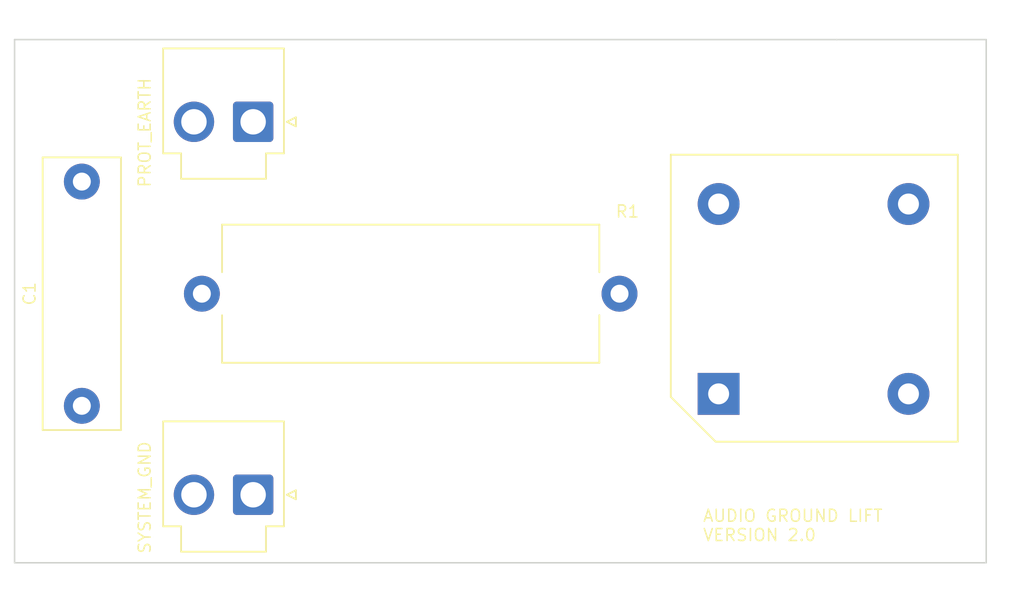
<source format=kicad_pcb>
(kicad_pcb (version 20221018) (generator pcbnew)
  (layers (0 "F.Cu" signal) (31 "B.Cu" signal) (34 "B.Paste" user) (35 "F.Paste" user) (36 "B.SilkS" user "B.Silkscreen") (37 "F.SilkS" user "F.Silkscreen") (38 "B.Mask" user) (39 "F.Mask" user) (44 "Edge.Cuts" user))
  (net 0 "")
  (net 1 "EARTH")
  (net 2 "GND")
  (footprint "MountingHole:MountingHole_3.2mm_M3" (layer "F.Cu") (at 170.5 71.5 90)
    (fp_text reference "H4" hide)
    (fp_text value "MountingHole")
    (pad "" np_thru_hole circle (at 0 0 90) (size 3.2 3.2) (drill 3.2) (layers "*.Cu" "*.Mask"))
  )
  (footprint "Resistor_THT:R_Axial_Power_L25.0mm_W9.0mm_P27.94mm" (layer "F.Cu") (at 120.53 86)
    (fp_text reference "R1" (at 28.47 -5.5 unlocked) (layer "F.SilkS") (effects (font (size 0.8 0.8) (thickness 0.1))))
    (fp_text value "10R 5W")
    (fp_line (start 1.35 -4.62) (end 26.59 -4.62) (stroke (width 0.12)) (layer "F.SilkS"))
    (fp_line (start 1.35 -1.44) (end 1.35 -4.62) (stroke (width 0.12)) (layer "F.SilkS"))
    (fp_line (start 1.35 1.44) (end 1.35 4.62) (stroke (width 0.12)) (layer "F.SilkS"))
    (fp_line (start 1.35 4.62) (end 26.59 4.62) (stroke (width 0.12)) (layer "F.SilkS"))
    (fp_line (start 26.59 -4.62) (end 26.59 -1.44) (stroke (width 0.12)) (layer "F.SilkS"))
    (fp_line (start 26.59 4.62) (end 26.59 1.44) (stroke (width 0.12)) (layer "F.SilkS"))
    (pad "1" thru_hole circle (at 0 0) (size 2.4 2.4) (drill 1.2) (layers "*.Cu" "*.Mask") (net 1 "EARTH"))
    (pad "2" thru_hole oval (at 27.94 0) (size 2.4 2.4) (drill 1.2) (layers "*.Cu" "*.Mask") (net 2 "GND"))
  )
  (footprint "Connector_JST:JST_VH_B2P-VH-B_1x02_P3.96mm_Vertical" (layer "F.Cu") (at 123.96 74.5 180)
    (fp_text reference "J1" hide)
    (fp_text value "Conn_01x02_Male")
    (fp_line (start -2.86 -0.3) (end -2.26 0) (stroke (width 0.12)) (layer "F.SilkS"))
    (fp_line (start -2.86 0.3) (end -2.86 -0.3) (stroke (width 0.12)) (layer "F.SilkS"))
    (fp_line (start -2.26 0) (end -2.86 0.3) (stroke (width 0.12)) (layer "F.SilkS"))
    (fp_line (start -2.06 -2.11) (end -0.86 -2.11) (stroke (width 0.12)) (layer "F.SilkS"))
    (fp_line (start -2.06 4.91) (end -2.06 -2.11) (stroke (width 0.12)) (layer "F.SilkS"))
    (fp_line (start -0.86 -3.81) (end 4.82 -3.81) (stroke (width 0.12)) (layer "F.SilkS"))
    (fp_line (start -0.86 -2.11) (end -0.86 -3.81) (stroke (width 0.12)) (layer "F.SilkS"))
    (fp_line (start 4.82 -3.81) (end 4.82 -2.11) (stroke (width 0.12)) (layer "F.SilkS"))
    (fp_line (start 4.82 -2.11) (end 6.02 -2.11) (stroke (width 0.12)) (layer "F.SilkS"))
    (fp_line (start 6.02 -2.11) (end 6.02 4.91) (stroke (width 0.12)) (layer "F.SilkS"))
    (fp_line (start 6.02 4.91) (end -2.06 4.91) (stroke (width 0.12)) (layer "F.SilkS"))
    (pad "1" thru_hole roundrect (at 0 0 180) (size 2.7 2.7) (drill 1.7) (layers "*.Cu" "*.Mask") (roundrect_rratio 0.09259296296) (net 1 "EARTH"))
    (pad "2" thru_hole circle (at 3.96 0 180) (size 2.7 2.7) (drill 1.7) (layers "*.Cu" "*.Mask") (net 1 "EARTH"))
  )
  (footprint "MountingHole:MountingHole_3.2mm_M3" (layer "F.Cu") (at 110.5 101.5 90)
    (fp_text reference "H1" hide)
    (fp_text value "MountingHole")
    (pad "" np_thru_hole circle (at 0 0 90) (size 3.2 3.2) (drill 3.2) (layers "*.Cu" "*.Mask"))
  )
  (footprint "Diode_THT:Diode_Bridge_19.0x19.0x6.8mm_P12.7mm" (layer "F.Cu") (at 155.1 92.7 90)
    (fp_text reference "D1" hide)
    (fp_text value "GBJ2510-F")
    (fp_line (start -3.2 -0.2) (end -0.2 -3.2) (stroke (width 0.12)) (layer "F.SilkS"))
    (fp_line (start -3.2 16) (end -3.2 -0.2) (stroke (width 0.12)) (layer "F.SilkS"))
    (fp_line (start -0.2 -3.2) (end 16 -3.2) (stroke (width 0.12)) (layer "F.SilkS"))
    (fp_line (start 16 -3.2) (end 16 16) (stroke (width 0.12)) (layer "F.SilkS"))
    (fp_line (start 16 16) (end -3.2 16) (stroke (width 0.12)) (layer "F.SilkS"))
    (pad "1" thru_hole rect (at 0 0 270) (size 2.8 2.8) (drill 1.4) (layers "*.Cu" "*.Mask") (net 2 "GND"))
    (pad "2" thru_hole circle (at 0 12.7 270) (size 2.8 2.8) (drill 1.4) (layers "*.Cu" "*.Mask") (net 1 "EARTH"))
    (pad "3" thru_hole circle (at 12.7 12.7 270) (size 2.8 2.8) (drill 1.4) (layers "*.Cu" "*.Mask") (net 1 "EARTH"))
    (pad "4" thru_hole circle (at 12.7 0 270) (size 2.8 2.8) (drill 1.4) (layers "*.Cu" "*.Mask") (net 2 "GND"))
  )
  (footprint "Capacitor_THT:C_Rect_L18.0mm_W5.0mm_P15.00mm_FKS3_FKP3" (layer "F.Cu") (at 112.5 78.5 -90)
    (fp_text reference "C1" (at 7.5 3.5 90 unlocked) (layer "F.SilkS") (effects (font (size 0.8 0.8) (thickness 0.1))))
    (fp_text value "100n")
    (fp_line (start -1.62 -2.62) (end -1.62 2.62) (stroke (width 0.12)) (layer "F.SilkS"))
    (fp_line (start -1.62 -2.62) (end 16.62 -2.62) (stroke (width 0.12)) (layer "F.SilkS"))
    (fp_line (start -1.62 2.62) (end 16.62 2.62) (stroke (width 0.12)) (layer "F.SilkS"))
    (fp_line (start 16.62 -2.62) (end 16.62 2.62) (stroke (width 0.12)) (layer "F.SilkS"))
    (pad "1" thru_hole circle (at 0 0 270) (size 2.4 2.4) (drill 1.2) (layers "*.Cu" "*.Mask") (net 1 "EARTH"))
    (pad "2" thru_hole circle (at 15 0 270) (size 2.4 2.4) (drill 1.2) (layers "*.Cu" "*.Mask") (net 2 "GND"))
  )
  (footprint "MountingHole:MountingHole_3.2mm_M3" (layer "F.Cu") (at 170.5 101.5 90)
    (fp_text reference "H3" hide)
    (fp_text value "MountingHole")
    (pad "" np_thru_hole circle (at 0 0 90) (size 3.2 3.2) (drill 3.2) (layers "*.Cu" "*.Mask"))
  )
  (footprint "MountingHole:MountingHole_3.2mm_M3" (layer "F.Cu") (at 110.5 71.5 90)
    (fp_text reference "H2" hide)
    (fp_text value "MountingHole")
    (pad "" np_thru_hole circle (at 0 0 90) (size 3.2 3.2) (drill 3.2) (layers "*.Cu" "*.Mask"))
  )
  (footprint "Connector_JST:JST_VH_B2P-VH-B_1x02_P3.96mm_Vertical" (layer "F.Cu") (at 123.96 99.45 180)
    (fp_text reference "J2" hide)
    (fp_text value "Conn_01x02_Male")
    (fp_line (start -2.86 -0.3) (end -2.26 0) (stroke (width 0.12)) (layer "F.SilkS"))
    (fp_line (start -2.86 0.3) (end -2.86 -0.3) (stroke (width 0.12)) (layer "F.SilkS"))
    (fp_line (start -2.26 0) (end -2.86 0.3) (stroke (width 0.12)) (layer "F.SilkS"))
    (fp_line (start -2.06 -2.11) (end -0.86 -2.11) (stroke (width 0.12)) (layer "F.SilkS"))
    (fp_line (start -2.06 4.91) (end -2.06 -2.11) (stroke (width 0.12)) (layer "F.SilkS"))
    (fp_line (start -0.86 -3.81) (end 4.82 -3.81) (stroke (width 0.12)) (layer "F.SilkS"))
    (fp_line (start -0.86 -2.11) (end -0.86 -3.81) (stroke (width 0.12)) (layer "F.SilkS"))
    (fp_line (start 4.82 -3.81) (end 4.82 -2.11) (stroke (width 0.12)) (layer "F.SilkS"))
    (fp_line (start 4.82 -2.11) (end 6.02 -2.11) (stroke (width 0.12)) (layer "F.SilkS"))
    (fp_line (start 6.02 -2.11) (end 6.02 4.91) (stroke (width 0.12)) (layer "F.SilkS"))
    (fp_line (start 6.02 4.91) (end -2.06 4.91) (stroke (width 0.12)) (layer "F.SilkS"))
    (pad "1" thru_hole roundrect (at 0 0 180) (size 2.7 2.7) (drill 1.7) (layers "*.Cu" "*.Mask") (roundrect_rratio 0.092593) (net 2 "GND"))
    (pad "2" thru_hole circle (at 3.96 0 180) (size 2.7 2.7) (drill 1.7) (layers "*.Cu" "*.Mask") (net 2 "GND"))
  )
  (gr_line (start 108 69) (end 108 104) (stroke (width 0.1)) (layer "Edge.Cuts"))
  (gr_line (start 163 69) (end 108 69) (stroke (width 0.1)) (layer "Edge.Cuts"))
  (gr_line (start 108 104) (end 173 104) (stroke (width 0.1)) (layer "Edge.Cuts"))
  (gr_line (start 173 104) (end 173 69) (stroke (width 0.1)) (layer "Edge.Cuts"))
  (gr_line (start 173 69) (end 163 69) (stroke (width 0.1)) (layer "Edge.Cuts"))
  (gr_text "PROT_EARTH" (at 116.7025 78.95 90) (layer "F.SilkS") (effects (font (size 0.8 0.8) (thickness 0.1)) (justify left)))
  (gr_text "SYSTEM_GND" (at 116.7025 103.45 90) (layer "F.SilkS") (effects (font (size 0.8 0.8) (thickness 0.1)) (justify left)))
  (gr_text "AUDIO GROUND LIFT\nVERSION 2.0" (at 154 101.5) (layer "F.SilkS") (effects (font (size 0.8 0.8) (thickness 0.1)) (justify left)))
)
</source>
